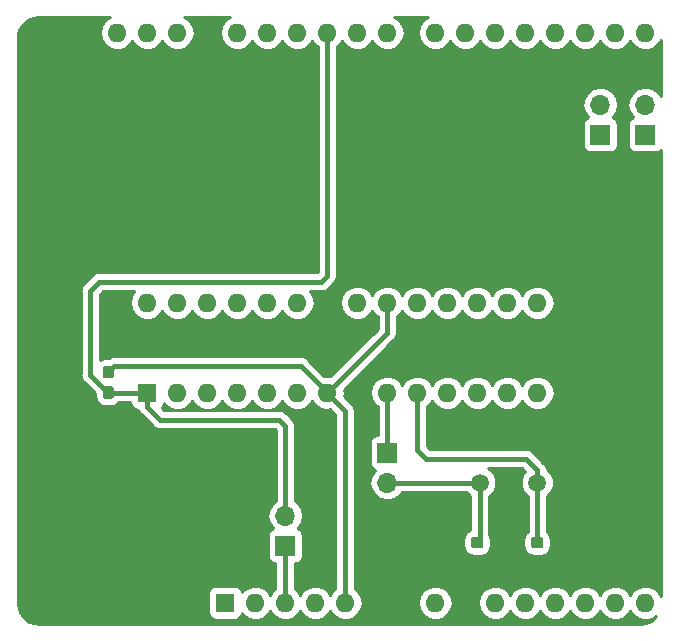
<source format=gbr>
G04 #@! TF.GenerationSoftware,KiCad,Pcbnew,(5.0.2)-1*
G04 #@! TF.CreationDate,2020-05-31T20:37:23-05:00*
G04 #@! TF.ProjectId,ATMEGABootloader_Hardware,41544d45-4741-4426-9f6f-746c6f616465,rev?*
G04 #@! TF.SameCoordinates,Original*
G04 #@! TF.FileFunction,Copper,L1,Top*
G04 #@! TF.FilePolarity,Positive*
%FSLAX46Y46*%
G04 Gerber Fmt 4.6, Leading zero omitted, Abs format (unit mm)*
G04 Created by KiCad (PCBNEW (5.0.2)-1) date 5/31/2020 8:37:23 PM*
%MOMM*%
%LPD*%
G01*
G04 APERTURE LIST*
G04 #@! TA.AperFunction,Conductor*
%ADD10C,0.100000*%
G04 #@! TD*
G04 #@! TA.AperFunction,SMDPad,CuDef*
%ADD11C,0.950000*%
G04 #@! TD*
G04 #@! TA.AperFunction,ComponentPad*
%ADD12O,1.600000X1.600000*%
G04 #@! TD*
G04 #@! TA.AperFunction,ComponentPad*
%ADD13R,1.600000X1.600000*%
G04 #@! TD*
G04 #@! TA.AperFunction,ComponentPad*
%ADD14O,1.700000X1.700000*%
G04 #@! TD*
G04 #@! TA.AperFunction,ComponentPad*
%ADD15R,1.700000X1.700000*%
G04 #@! TD*
G04 #@! TA.AperFunction,ComponentPad*
%ADD16C,1.500000*%
G04 #@! TD*
G04 #@! TA.AperFunction,ViaPad*
%ADD17C,0.800000*%
G04 #@! TD*
G04 #@! TA.AperFunction,Conductor*
%ADD18C,0.381000*%
G04 #@! TD*
G04 #@! TA.AperFunction,Conductor*
%ADD19C,0.254000*%
G04 #@! TD*
G04 APERTURE END LIST*
D10*
G04 #@! TO.N,+5V*
G04 #@! TO.C,R1*
G36*
X149358779Y-99326144D02*
X149381834Y-99329563D01*
X149404443Y-99335227D01*
X149426387Y-99343079D01*
X149447457Y-99353044D01*
X149467448Y-99365026D01*
X149486168Y-99378910D01*
X149503438Y-99394562D01*
X149519090Y-99411832D01*
X149532974Y-99430552D01*
X149544956Y-99450543D01*
X149554921Y-99471613D01*
X149562773Y-99493557D01*
X149568437Y-99516166D01*
X149571856Y-99539221D01*
X149573000Y-99562500D01*
X149573000Y-100137500D01*
X149571856Y-100160779D01*
X149568437Y-100183834D01*
X149562773Y-100206443D01*
X149554921Y-100228387D01*
X149544956Y-100249457D01*
X149532974Y-100269448D01*
X149519090Y-100288168D01*
X149503438Y-100305438D01*
X149486168Y-100321090D01*
X149467448Y-100334974D01*
X149447457Y-100346956D01*
X149426387Y-100356921D01*
X149404443Y-100364773D01*
X149381834Y-100370437D01*
X149358779Y-100373856D01*
X149335500Y-100375000D01*
X148860500Y-100375000D01*
X148837221Y-100373856D01*
X148814166Y-100370437D01*
X148791557Y-100364773D01*
X148769613Y-100356921D01*
X148748543Y-100346956D01*
X148728552Y-100334974D01*
X148709832Y-100321090D01*
X148692562Y-100305438D01*
X148676910Y-100288168D01*
X148663026Y-100269448D01*
X148651044Y-100249457D01*
X148641079Y-100228387D01*
X148633227Y-100206443D01*
X148627563Y-100183834D01*
X148624144Y-100160779D01*
X148623000Y-100137500D01*
X148623000Y-99562500D01*
X148624144Y-99539221D01*
X148627563Y-99516166D01*
X148633227Y-99493557D01*
X148641079Y-99471613D01*
X148651044Y-99450543D01*
X148663026Y-99430552D01*
X148676910Y-99411832D01*
X148692562Y-99394562D01*
X148709832Y-99378910D01*
X148728552Y-99365026D01*
X148748543Y-99353044D01*
X148769613Y-99343079D01*
X148791557Y-99335227D01*
X148814166Y-99329563D01*
X148837221Y-99326144D01*
X148860500Y-99325000D01*
X149335500Y-99325000D01*
X149358779Y-99326144D01*
X149358779Y-99326144D01*
G37*
D11*
G04 #@! TD*
G04 #@! TO.P,R1,1*
G04 #@! TO.N,+5V*
X149098000Y-99850000D03*
D10*
G04 #@! TO.N,Rst*
G04 #@! TO.C,R1*
G36*
X149358779Y-101076144D02*
X149381834Y-101079563D01*
X149404443Y-101085227D01*
X149426387Y-101093079D01*
X149447457Y-101103044D01*
X149467448Y-101115026D01*
X149486168Y-101128910D01*
X149503438Y-101144562D01*
X149519090Y-101161832D01*
X149532974Y-101180552D01*
X149544956Y-101200543D01*
X149554921Y-101221613D01*
X149562773Y-101243557D01*
X149568437Y-101266166D01*
X149571856Y-101289221D01*
X149573000Y-101312500D01*
X149573000Y-101887500D01*
X149571856Y-101910779D01*
X149568437Y-101933834D01*
X149562773Y-101956443D01*
X149554921Y-101978387D01*
X149544956Y-101999457D01*
X149532974Y-102019448D01*
X149519090Y-102038168D01*
X149503438Y-102055438D01*
X149486168Y-102071090D01*
X149467448Y-102084974D01*
X149447457Y-102096956D01*
X149426387Y-102106921D01*
X149404443Y-102114773D01*
X149381834Y-102120437D01*
X149358779Y-102123856D01*
X149335500Y-102125000D01*
X148860500Y-102125000D01*
X148837221Y-102123856D01*
X148814166Y-102120437D01*
X148791557Y-102114773D01*
X148769613Y-102106921D01*
X148748543Y-102096956D01*
X148728552Y-102084974D01*
X148709832Y-102071090D01*
X148692562Y-102055438D01*
X148676910Y-102038168D01*
X148663026Y-102019448D01*
X148651044Y-101999457D01*
X148641079Y-101978387D01*
X148633227Y-101956443D01*
X148627563Y-101933834D01*
X148624144Y-101910779D01*
X148623000Y-101887500D01*
X148623000Y-101312500D01*
X148624144Y-101289221D01*
X148627563Y-101266166D01*
X148633227Y-101243557D01*
X148641079Y-101221613D01*
X148651044Y-101200543D01*
X148663026Y-101180552D01*
X148676910Y-101161832D01*
X148692562Y-101144562D01*
X148709832Y-101128910D01*
X148728552Y-101115026D01*
X148748543Y-101103044D01*
X148769613Y-101093079D01*
X148791557Y-101085227D01*
X148814166Y-101079563D01*
X148837221Y-101076144D01*
X148860500Y-101075000D01*
X149335500Y-101075000D01*
X149358779Y-101076144D01*
X149358779Y-101076144D01*
G37*
D11*
G04 #@! TD*
G04 #@! TO.P,R1,2*
G04 #@! TO.N,Rst*
X149098000Y-101600000D03*
D12*
G04 #@! TO.P,A1,32*
G04 #@! TO.N,Net-(A1-Pad32)*
X149860000Y-71120000D03*
G04 #@! TO.P,A1,31*
G04 #@! TO.N,Net-(A1-Pad31)*
X152400000Y-71120000D03*
D13*
G04 #@! TO.P,A1,1*
G04 #@! TO.N,Net-(A1-Pad1)*
X159000000Y-119380000D03*
D12*
G04 #@! TO.P,A1,17*
G04 #@! TO.N,Net-(A1-Pad17)*
X189480000Y-71120000D03*
G04 #@! TO.P,A1,2*
G04 #@! TO.N,Net-(A1-Pad2)*
X161540000Y-119380000D03*
G04 #@! TO.P,A1,18*
G04 #@! TO.N,Net-(A1-Pad18)*
X186940000Y-71120000D03*
G04 #@! TO.P,A1,3*
G04 #@! TO.N,Net-(A1-Pad3)*
X164080000Y-119380000D03*
G04 #@! TO.P,A1,19*
G04 #@! TO.N,Net-(A1-Pad19)*
X184400000Y-71120000D03*
G04 #@! TO.P,A1,4*
G04 #@! TO.N,Net-(A1-Pad4)*
X166620000Y-119380000D03*
G04 #@! TO.P,A1,20*
G04 #@! TO.N,Net-(A1-Pad20)*
X181860000Y-71120000D03*
G04 #@! TO.P,A1,5*
G04 #@! TO.N,+5V*
X169160000Y-119380000D03*
G04 #@! TO.P,A1,21*
G04 #@! TO.N,Net-(A1-Pad21)*
X179320000Y-71120000D03*
G04 #@! TO.P,A1,6*
G04 #@! TO.N,GND*
X171700000Y-119380000D03*
G04 #@! TO.P,A1,22*
G04 #@! TO.N,Net-(A1-Pad22)*
X176780000Y-71120000D03*
G04 #@! TO.P,A1,7*
G04 #@! TO.N,GND*
X174240000Y-119380000D03*
G04 #@! TO.P,A1,23*
G04 #@! TO.N,Net-(A1-Pad23)*
X172720000Y-71120000D03*
G04 #@! TO.P,A1,8*
G04 #@! TO.N,Net-(A1-Pad8)*
X176780000Y-119380000D03*
G04 #@! TO.P,A1,24*
G04 #@! TO.N,Net-(A1-Pad24)*
X170180000Y-71120000D03*
G04 #@! TO.P,A1,9*
G04 #@! TO.N,Net-(A1-Pad9)*
X181860000Y-119380000D03*
G04 #@! TO.P,A1,25*
G04 #@! TO.N,Rst*
X167640000Y-71120000D03*
G04 #@! TO.P,A1,10*
G04 #@! TO.N,Net-(A1-Pad10)*
X184400000Y-119380000D03*
G04 #@! TO.P,A1,26*
G04 #@! TO.N,D11*
X165100000Y-71120000D03*
G04 #@! TO.P,A1,11*
G04 #@! TO.N,Net-(A1-Pad11)*
X186940000Y-119380000D03*
G04 #@! TO.P,A1,27*
G04 #@! TO.N,D12*
X162560000Y-71120000D03*
G04 #@! TO.P,A1,12*
G04 #@! TO.N,Net-(A1-Pad12)*
X189480000Y-119380000D03*
G04 #@! TO.P,A1,28*
G04 #@! TO.N,D13*
X160020000Y-71120000D03*
G04 #@! TO.P,A1,13*
G04 #@! TO.N,Net-(A1-Pad13)*
X192020000Y-119380000D03*
G04 #@! TO.P,A1,29*
G04 #@! TO.N,GND*
X157480000Y-71120000D03*
G04 #@! TO.P,A1,14*
G04 #@! TO.N,Net-(A1-Pad14)*
X194560000Y-119380000D03*
G04 #@! TO.P,A1,30*
G04 #@! TO.N,Net-(A1-Pad30)*
X154940000Y-71120000D03*
G04 #@! TO.P,A1,15*
G04 #@! TO.N,Rx*
X194560000Y-71120000D03*
G04 #@! TO.P,A1,16*
G04 #@! TO.N,Tx*
X192020000Y-71120000D03*
G04 #@! TD*
D10*
G04 #@! TO.N,GND*
G04 #@! TO.C,C1*
G36*
X182400779Y-113826144D02*
X182423834Y-113829563D01*
X182446443Y-113835227D01*
X182468387Y-113843079D01*
X182489457Y-113853044D01*
X182509448Y-113865026D01*
X182528168Y-113878910D01*
X182545438Y-113894562D01*
X182561090Y-113911832D01*
X182574974Y-113930552D01*
X182586956Y-113950543D01*
X182596921Y-113971613D01*
X182604773Y-113993557D01*
X182610437Y-114016166D01*
X182613856Y-114039221D01*
X182615000Y-114062500D01*
X182615000Y-114537500D01*
X182613856Y-114560779D01*
X182610437Y-114583834D01*
X182604773Y-114606443D01*
X182596921Y-114628387D01*
X182586956Y-114649457D01*
X182574974Y-114669448D01*
X182561090Y-114688168D01*
X182545438Y-114705438D01*
X182528168Y-114721090D01*
X182509448Y-114734974D01*
X182489457Y-114746956D01*
X182468387Y-114756921D01*
X182446443Y-114764773D01*
X182423834Y-114770437D01*
X182400779Y-114773856D01*
X182377500Y-114775000D01*
X181802500Y-114775000D01*
X181779221Y-114773856D01*
X181756166Y-114770437D01*
X181733557Y-114764773D01*
X181711613Y-114756921D01*
X181690543Y-114746956D01*
X181670552Y-114734974D01*
X181651832Y-114721090D01*
X181634562Y-114705438D01*
X181618910Y-114688168D01*
X181605026Y-114669448D01*
X181593044Y-114649457D01*
X181583079Y-114628387D01*
X181575227Y-114606443D01*
X181569563Y-114583834D01*
X181566144Y-114560779D01*
X181565000Y-114537500D01*
X181565000Y-114062500D01*
X181566144Y-114039221D01*
X181569563Y-114016166D01*
X181575227Y-113993557D01*
X181583079Y-113971613D01*
X181593044Y-113950543D01*
X181605026Y-113930552D01*
X181618910Y-113911832D01*
X181634562Y-113894562D01*
X181651832Y-113878910D01*
X181670552Y-113865026D01*
X181690543Y-113853044D01*
X181711613Y-113843079D01*
X181733557Y-113835227D01*
X181756166Y-113829563D01*
X181779221Y-113826144D01*
X181802500Y-113825000D01*
X182377500Y-113825000D01*
X182400779Y-113826144D01*
X182400779Y-113826144D01*
G37*
D11*
G04 #@! TD*
G04 #@! TO.P,C1,1*
G04 #@! TO.N,GND*
X182090000Y-114300000D03*
D10*
G04 #@! TO.N,Net-(C1-Pad2)*
G04 #@! TO.C,C1*
G36*
X180650779Y-113826144D02*
X180673834Y-113829563D01*
X180696443Y-113835227D01*
X180718387Y-113843079D01*
X180739457Y-113853044D01*
X180759448Y-113865026D01*
X180778168Y-113878910D01*
X180795438Y-113894562D01*
X180811090Y-113911832D01*
X180824974Y-113930552D01*
X180836956Y-113950543D01*
X180846921Y-113971613D01*
X180854773Y-113993557D01*
X180860437Y-114016166D01*
X180863856Y-114039221D01*
X180865000Y-114062500D01*
X180865000Y-114537500D01*
X180863856Y-114560779D01*
X180860437Y-114583834D01*
X180854773Y-114606443D01*
X180846921Y-114628387D01*
X180836956Y-114649457D01*
X180824974Y-114669448D01*
X180811090Y-114688168D01*
X180795438Y-114705438D01*
X180778168Y-114721090D01*
X180759448Y-114734974D01*
X180739457Y-114746956D01*
X180718387Y-114756921D01*
X180696443Y-114764773D01*
X180673834Y-114770437D01*
X180650779Y-114773856D01*
X180627500Y-114775000D01*
X180052500Y-114775000D01*
X180029221Y-114773856D01*
X180006166Y-114770437D01*
X179983557Y-114764773D01*
X179961613Y-114756921D01*
X179940543Y-114746956D01*
X179920552Y-114734974D01*
X179901832Y-114721090D01*
X179884562Y-114705438D01*
X179868910Y-114688168D01*
X179855026Y-114669448D01*
X179843044Y-114649457D01*
X179833079Y-114628387D01*
X179825227Y-114606443D01*
X179819563Y-114583834D01*
X179816144Y-114560779D01*
X179815000Y-114537500D01*
X179815000Y-114062500D01*
X179816144Y-114039221D01*
X179819563Y-114016166D01*
X179825227Y-113993557D01*
X179833079Y-113971613D01*
X179843044Y-113950543D01*
X179855026Y-113930552D01*
X179868910Y-113911832D01*
X179884562Y-113894562D01*
X179901832Y-113878910D01*
X179920552Y-113865026D01*
X179940543Y-113853044D01*
X179961613Y-113843079D01*
X179983557Y-113835227D01*
X180006166Y-113829563D01*
X180029221Y-113826144D01*
X180052500Y-113825000D01*
X180627500Y-113825000D01*
X180650779Y-113826144D01*
X180650779Y-113826144D01*
G37*
D11*
G04 #@! TD*
G04 #@! TO.P,C1,2*
G04 #@! TO.N,Net-(C1-Pad2)*
X180340000Y-114300000D03*
D10*
G04 #@! TO.N,Net-(C2-Pad2)*
G04 #@! TO.C,C2*
G36*
X185730779Y-113826144D02*
X185753834Y-113829563D01*
X185776443Y-113835227D01*
X185798387Y-113843079D01*
X185819457Y-113853044D01*
X185839448Y-113865026D01*
X185858168Y-113878910D01*
X185875438Y-113894562D01*
X185891090Y-113911832D01*
X185904974Y-113930552D01*
X185916956Y-113950543D01*
X185926921Y-113971613D01*
X185934773Y-113993557D01*
X185940437Y-114016166D01*
X185943856Y-114039221D01*
X185945000Y-114062500D01*
X185945000Y-114537500D01*
X185943856Y-114560779D01*
X185940437Y-114583834D01*
X185934773Y-114606443D01*
X185926921Y-114628387D01*
X185916956Y-114649457D01*
X185904974Y-114669448D01*
X185891090Y-114688168D01*
X185875438Y-114705438D01*
X185858168Y-114721090D01*
X185839448Y-114734974D01*
X185819457Y-114746956D01*
X185798387Y-114756921D01*
X185776443Y-114764773D01*
X185753834Y-114770437D01*
X185730779Y-114773856D01*
X185707500Y-114775000D01*
X185132500Y-114775000D01*
X185109221Y-114773856D01*
X185086166Y-114770437D01*
X185063557Y-114764773D01*
X185041613Y-114756921D01*
X185020543Y-114746956D01*
X185000552Y-114734974D01*
X184981832Y-114721090D01*
X184964562Y-114705438D01*
X184948910Y-114688168D01*
X184935026Y-114669448D01*
X184923044Y-114649457D01*
X184913079Y-114628387D01*
X184905227Y-114606443D01*
X184899563Y-114583834D01*
X184896144Y-114560779D01*
X184895000Y-114537500D01*
X184895000Y-114062500D01*
X184896144Y-114039221D01*
X184899563Y-114016166D01*
X184905227Y-113993557D01*
X184913079Y-113971613D01*
X184923044Y-113950543D01*
X184935026Y-113930552D01*
X184948910Y-113911832D01*
X184964562Y-113894562D01*
X184981832Y-113878910D01*
X185000552Y-113865026D01*
X185020543Y-113853044D01*
X185041613Y-113843079D01*
X185063557Y-113835227D01*
X185086166Y-113829563D01*
X185109221Y-113826144D01*
X185132500Y-113825000D01*
X185707500Y-113825000D01*
X185730779Y-113826144D01*
X185730779Y-113826144D01*
G37*
D11*
G04 #@! TD*
G04 #@! TO.P,C2,2*
G04 #@! TO.N,Net-(C2-Pad2)*
X185420000Y-114300000D03*
D10*
G04 #@! TO.N,GND*
G04 #@! TO.C,C2*
G36*
X183980779Y-113826144D02*
X184003834Y-113829563D01*
X184026443Y-113835227D01*
X184048387Y-113843079D01*
X184069457Y-113853044D01*
X184089448Y-113865026D01*
X184108168Y-113878910D01*
X184125438Y-113894562D01*
X184141090Y-113911832D01*
X184154974Y-113930552D01*
X184166956Y-113950543D01*
X184176921Y-113971613D01*
X184184773Y-113993557D01*
X184190437Y-114016166D01*
X184193856Y-114039221D01*
X184195000Y-114062500D01*
X184195000Y-114537500D01*
X184193856Y-114560779D01*
X184190437Y-114583834D01*
X184184773Y-114606443D01*
X184176921Y-114628387D01*
X184166956Y-114649457D01*
X184154974Y-114669448D01*
X184141090Y-114688168D01*
X184125438Y-114705438D01*
X184108168Y-114721090D01*
X184089448Y-114734974D01*
X184069457Y-114746956D01*
X184048387Y-114756921D01*
X184026443Y-114764773D01*
X184003834Y-114770437D01*
X183980779Y-114773856D01*
X183957500Y-114775000D01*
X183382500Y-114775000D01*
X183359221Y-114773856D01*
X183336166Y-114770437D01*
X183313557Y-114764773D01*
X183291613Y-114756921D01*
X183270543Y-114746956D01*
X183250552Y-114734974D01*
X183231832Y-114721090D01*
X183214562Y-114705438D01*
X183198910Y-114688168D01*
X183185026Y-114669448D01*
X183173044Y-114649457D01*
X183163079Y-114628387D01*
X183155227Y-114606443D01*
X183149563Y-114583834D01*
X183146144Y-114560779D01*
X183145000Y-114537500D01*
X183145000Y-114062500D01*
X183146144Y-114039221D01*
X183149563Y-114016166D01*
X183155227Y-113993557D01*
X183163079Y-113971613D01*
X183173044Y-113950543D01*
X183185026Y-113930552D01*
X183198910Y-113911832D01*
X183214562Y-113894562D01*
X183231832Y-113878910D01*
X183250552Y-113865026D01*
X183270543Y-113853044D01*
X183291613Y-113843079D01*
X183313557Y-113835227D01*
X183336166Y-113829563D01*
X183359221Y-113826144D01*
X183382500Y-113825000D01*
X183957500Y-113825000D01*
X183980779Y-113826144D01*
X183980779Y-113826144D01*
G37*
D11*
G04 #@! TD*
G04 #@! TO.P,C2,1*
G04 #@! TO.N,GND*
X183670000Y-114300000D03*
D14*
G04 #@! TO.P,JP1,2*
G04 #@! TO.N,Rx*
X194564000Y-77216000D03*
D15*
G04 #@! TO.P,JP1,1*
G04 #@! TO.N,Net-(JP1-Pad1)*
X194564000Y-79756000D03*
G04 #@! TD*
G04 #@! TO.P,JP2,1*
G04 #@! TO.N,Net-(A1-Pad3)*
X164084000Y-114554000D03*
D14*
G04 #@! TO.P,JP2,2*
G04 #@! TO.N,Rst*
X164084000Y-112014000D03*
G04 #@! TD*
D15*
G04 #@! TO.P,JP3,1*
G04 #@! TO.N,Net-(JP3-Pad1)*
X172720000Y-106680000D03*
D14*
G04 #@! TO.P,JP3,2*
G04 #@! TO.N,Net-(C1-Pad2)*
X172720000Y-109220000D03*
G04 #@! TD*
D13*
G04 #@! TO.P,U1,1*
G04 #@! TO.N,Rst*
X152400000Y-101600000D03*
D12*
G04 #@! TO.P,U1,15*
G04 #@! TO.N,Net-(U1-Pad15)*
X185420000Y-93980000D03*
G04 #@! TO.P,U1,2*
G04 #@! TO.N,Net-(JP1-Pad1)*
X154940000Y-101600000D03*
G04 #@! TO.P,U1,16*
G04 #@! TO.N,Net-(U1-Pad16)*
X182880000Y-93980000D03*
G04 #@! TO.P,U1,3*
G04 #@! TO.N,Net-(JP4-Pad1)*
X157480000Y-101600000D03*
G04 #@! TO.P,U1,17*
G04 #@! TO.N,D11*
X180340000Y-93980000D03*
G04 #@! TO.P,U1,4*
G04 #@! TO.N,Net-(U1-Pad4)*
X160020000Y-101600000D03*
G04 #@! TO.P,U1,18*
G04 #@! TO.N,D12*
X177800000Y-93980000D03*
G04 #@! TO.P,U1,5*
G04 #@! TO.N,Net-(U1-Pad5)*
X162560000Y-101600000D03*
G04 #@! TO.P,U1,19*
G04 #@! TO.N,D13*
X175260000Y-93980000D03*
G04 #@! TO.P,U1,6*
G04 #@! TO.N,Net-(U1-Pad6)*
X165100000Y-101600000D03*
G04 #@! TO.P,U1,20*
G04 #@! TO.N,+5V*
X172720000Y-93980000D03*
G04 #@! TO.P,U1,7*
X167640000Y-101600000D03*
G04 #@! TO.P,U1,21*
G04 #@! TO.N,Net-(U1-Pad21)*
X170180000Y-93980000D03*
G04 #@! TO.P,U1,8*
G04 #@! TO.N,GND*
X170180000Y-101600000D03*
G04 #@! TO.P,U1,22*
X167640000Y-93980000D03*
G04 #@! TO.P,U1,9*
G04 #@! TO.N,Net-(JP3-Pad1)*
X172720000Y-101600000D03*
G04 #@! TO.P,U1,23*
G04 #@! TO.N,Net-(U1-Pad23)*
X165100000Y-93980000D03*
G04 #@! TO.P,U1,10*
G04 #@! TO.N,Net-(C2-Pad2)*
X175260000Y-101600000D03*
G04 #@! TO.P,U1,24*
G04 #@! TO.N,Net-(U1-Pad24)*
X162560000Y-93980000D03*
G04 #@! TO.P,U1,11*
G04 #@! TO.N,Net-(U1-Pad11)*
X177800000Y-101600000D03*
G04 #@! TO.P,U1,25*
G04 #@! TO.N,Net-(U1-Pad25)*
X160020000Y-93980000D03*
G04 #@! TO.P,U1,12*
G04 #@! TO.N,Net-(U1-Pad12)*
X180340000Y-101600000D03*
G04 #@! TO.P,U1,26*
G04 #@! TO.N,Net-(U1-Pad26)*
X157480000Y-93980000D03*
G04 #@! TO.P,U1,13*
G04 #@! TO.N,Net-(U1-Pad13)*
X182880000Y-101600000D03*
G04 #@! TO.P,U1,27*
G04 #@! TO.N,Net-(U1-Pad27)*
X154940000Y-93980000D03*
G04 #@! TO.P,U1,14*
G04 #@! TO.N,Net-(U1-Pad14)*
X185420000Y-101600000D03*
G04 #@! TO.P,U1,28*
G04 #@! TO.N,Net-(U1-Pad28)*
X152400000Y-93980000D03*
G04 #@! TD*
D16*
G04 #@! TO.P,Y1,1*
G04 #@! TO.N,Net-(C1-Pad2)*
X180540000Y-109220000D03*
G04 #@! TO.P,Y1,2*
G04 #@! TO.N,Net-(C2-Pad2)*
X185420000Y-109220000D03*
G04 #@! TD*
D15*
G04 #@! TO.P,JP4,1*
G04 #@! TO.N,Net-(JP4-Pad1)*
X190754000Y-79756000D03*
D14*
G04 #@! TO.P,JP4,2*
G04 #@! TO.N,Tx*
X190754000Y-77216000D03*
G04 #@! TD*
D17*
G04 #@! TO.N,GND*
X167132000Y-113284000D03*
G04 #@! TD*
D18*
G04 #@! TO.N,Net-(A1-Pad3)*
X164080000Y-114558000D02*
X164084000Y-114554000D01*
X164080000Y-119380000D02*
X164080000Y-114558000D01*
G04 #@! TO.N,+5V*
X172720000Y-96520000D02*
X167640000Y-101600000D01*
X172720000Y-93980000D02*
X172720000Y-96520000D01*
X169160000Y-103120000D02*
X167640000Y-101600000D01*
X169160000Y-119380000D02*
X169160000Y-103120000D01*
X166840001Y-100800001D02*
X167640000Y-101600000D01*
X165390928Y-99350928D02*
X166840001Y-100800001D01*
X149597072Y-99350928D02*
X165390928Y-99350928D01*
X149098000Y-99850000D02*
X149597072Y-99350928D01*
G04 #@! TO.N,Net-(C1-Pad2)*
X180540000Y-114100000D02*
X180340000Y-114300000D01*
X180540000Y-109220000D02*
X180540000Y-114100000D01*
X179479340Y-109220000D02*
X172720000Y-109220000D01*
X180540000Y-109220000D02*
X179479340Y-109220000D01*
G04 #@! TO.N,Net-(C2-Pad2)*
X185420000Y-110280660D02*
X185420000Y-114300000D01*
X185420000Y-109220000D02*
X185420000Y-110280660D01*
X185420000Y-108159340D02*
X184448660Y-107188000D01*
X185420000Y-109220000D02*
X185420000Y-108159340D01*
X184448660Y-107188000D02*
X176022000Y-107188000D01*
X175260000Y-106426000D02*
X175260000Y-101600000D01*
X176022000Y-107188000D02*
X175260000Y-106426000D01*
G04 #@! TO.N,Rst*
X152400000Y-102781000D02*
X152400000Y-101600000D01*
X153505000Y-103886000D02*
X152400000Y-102781000D01*
X163576000Y-103886000D02*
X153505000Y-103886000D01*
X164084000Y-104394000D02*
X163576000Y-103886000D01*
X164084000Y-112014000D02*
X164084000Y-104394000D01*
X149098000Y-101600000D02*
X152400000Y-101600000D01*
X167640000Y-71120000D02*
X167640000Y-91694000D01*
X167640000Y-91694000D02*
X167132000Y-92202000D01*
X167132000Y-92202000D02*
X148336000Y-92202000D01*
X148336000Y-92202000D02*
X147574000Y-92964000D01*
X147574000Y-100076000D02*
X149098000Y-101600000D01*
X147574000Y-92964000D02*
X147574000Y-100076000D01*
G04 #@! TO.N,Net-(JP3-Pad1)*
X172720000Y-101600000D02*
X172720000Y-106680000D01*
G04 #@! TD*
D19*
G04 #@! TO.N,GND*
G36*
X148825423Y-70085423D02*
X148508260Y-70560091D01*
X148396887Y-71120000D01*
X148508260Y-71679909D01*
X148825423Y-72154577D01*
X149300091Y-72471740D01*
X149718667Y-72555000D01*
X150001333Y-72555000D01*
X150419909Y-72471740D01*
X150894577Y-72154577D01*
X151130000Y-71802242D01*
X151365423Y-72154577D01*
X151840091Y-72471740D01*
X152258667Y-72555000D01*
X152541333Y-72555000D01*
X152959909Y-72471740D01*
X153434577Y-72154577D01*
X153670000Y-71802242D01*
X153905423Y-72154577D01*
X154380091Y-72471740D01*
X154798667Y-72555000D01*
X155081333Y-72555000D01*
X155499909Y-72471740D01*
X155974577Y-72154577D01*
X156291740Y-71679909D01*
X156403113Y-71120000D01*
X156291740Y-70560091D01*
X155974577Y-70085423D01*
X155544418Y-69798000D01*
X159415582Y-69798000D01*
X158985423Y-70085423D01*
X158668260Y-70560091D01*
X158556887Y-71120000D01*
X158668260Y-71679909D01*
X158985423Y-72154577D01*
X159460091Y-72471740D01*
X159878667Y-72555000D01*
X160161333Y-72555000D01*
X160579909Y-72471740D01*
X161054577Y-72154577D01*
X161290000Y-71802242D01*
X161525423Y-72154577D01*
X162000091Y-72471740D01*
X162418667Y-72555000D01*
X162701333Y-72555000D01*
X163119909Y-72471740D01*
X163594577Y-72154577D01*
X163830000Y-71802242D01*
X164065423Y-72154577D01*
X164540091Y-72471740D01*
X164958667Y-72555000D01*
X165241333Y-72555000D01*
X165659909Y-72471740D01*
X166134577Y-72154577D01*
X166370000Y-71802242D01*
X166605423Y-72154577D01*
X166814500Y-72294278D01*
X166814501Y-91352067D01*
X166790068Y-91376500D01*
X148417303Y-91376500D01*
X148336000Y-91360328D01*
X148013905Y-91424396D01*
X147877689Y-91515414D01*
X147740848Y-91606848D01*
X147694793Y-91675774D01*
X147047777Y-92322791D01*
X146978848Y-92368848D01*
X146796396Y-92641907D01*
X146748500Y-92882697D01*
X146732328Y-92964000D01*
X146748500Y-93045302D01*
X146748501Y-99994694D01*
X146732328Y-100076000D01*
X146766593Y-100248260D01*
X146796397Y-100398094D01*
X146978849Y-100671152D01*
X147047775Y-100717207D01*
X147975560Y-101644993D01*
X147975560Y-101887500D01*
X148042922Y-102226152D01*
X148234753Y-102513247D01*
X148521848Y-102705078D01*
X148860500Y-102772440D01*
X149335500Y-102772440D01*
X149674152Y-102705078D01*
X149961247Y-102513247D01*
X150019878Y-102425500D01*
X150957632Y-102425500D01*
X151001843Y-102647765D01*
X151142191Y-102857809D01*
X151352235Y-102998157D01*
X151600000Y-103047440D01*
X151611326Y-103047440D01*
X151622396Y-103103093D01*
X151804848Y-103376152D01*
X151873777Y-103422209D01*
X152863793Y-104412226D01*
X152909848Y-104481152D01*
X153182906Y-104663604D01*
X153423697Y-104711500D01*
X153423698Y-104711500D01*
X153505000Y-104727672D01*
X153586301Y-104711500D01*
X163234068Y-104711500D01*
X163258501Y-104735933D01*
X163258500Y-110779588D01*
X163013375Y-110943375D01*
X162685161Y-111434582D01*
X162569908Y-112014000D01*
X162685161Y-112593418D01*
X163013375Y-113084625D01*
X163031619Y-113096816D01*
X162986235Y-113105843D01*
X162776191Y-113246191D01*
X162635843Y-113456235D01*
X162586560Y-113704000D01*
X162586560Y-115404000D01*
X162635843Y-115651765D01*
X162776191Y-115861809D01*
X162986235Y-116002157D01*
X163234000Y-116051440D01*
X163254501Y-116051440D01*
X163254500Y-118205722D01*
X163045423Y-118345423D01*
X162810000Y-118697758D01*
X162574577Y-118345423D01*
X162099909Y-118028260D01*
X161681333Y-117945000D01*
X161398667Y-117945000D01*
X160980091Y-118028260D01*
X160505423Y-118345423D01*
X160424785Y-118466106D01*
X160398157Y-118332235D01*
X160257809Y-118122191D01*
X160047765Y-117981843D01*
X159800000Y-117932560D01*
X158200000Y-117932560D01*
X157952235Y-117981843D01*
X157742191Y-118122191D01*
X157601843Y-118332235D01*
X157552560Y-118580000D01*
X157552560Y-120180000D01*
X157601843Y-120427765D01*
X157742191Y-120637809D01*
X157952235Y-120778157D01*
X158200000Y-120827440D01*
X159800000Y-120827440D01*
X160047765Y-120778157D01*
X160257809Y-120637809D01*
X160398157Y-120427765D01*
X160424785Y-120293894D01*
X160505423Y-120414577D01*
X160980091Y-120731740D01*
X161398667Y-120815000D01*
X161681333Y-120815000D01*
X162099909Y-120731740D01*
X162574577Y-120414577D01*
X162810000Y-120062242D01*
X163045423Y-120414577D01*
X163520091Y-120731740D01*
X163938667Y-120815000D01*
X164221333Y-120815000D01*
X164639909Y-120731740D01*
X165114577Y-120414577D01*
X165350000Y-120062242D01*
X165585423Y-120414577D01*
X166060091Y-120731740D01*
X166478667Y-120815000D01*
X166761333Y-120815000D01*
X167179909Y-120731740D01*
X167654577Y-120414577D01*
X167890000Y-120062242D01*
X168125423Y-120414577D01*
X168600091Y-120731740D01*
X169018667Y-120815000D01*
X169301333Y-120815000D01*
X169719909Y-120731740D01*
X170194577Y-120414577D01*
X170511740Y-119939909D01*
X170623113Y-119380000D01*
X175316887Y-119380000D01*
X175428260Y-119939909D01*
X175745423Y-120414577D01*
X176220091Y-120731740D01*
X176638667Y-120815000D01*
X176921333Y-120815000D01*
X177339909Y-120731740D01*
X177814577Y-120414577D01*
X178131740Y-119939909D01*
X178243113Y-119380000D01*
X178131740Y-118820091D01*
X177814577Y-118345423D01*
X177339909Y-118028260D01*
X176921333Y-117945000D01*
X176638667Y-117945000D01*
X176220091Y-118028260D01*
X175745423Y-118345423D01*
X175428260Y-118820091D01*
X175316887Y-119380000D01*
X170623113Y-119380000D01*
X170511740Y-118820091D01*
X170194577Y-118345423D01*
X169985500Y-118205722D01*
X169985500Y-109220000D01*
X171205908Y-109220000D01*
X171321161Y-109799418D01*
X171649375Y-110290625D01*
X172140582Y-110618839D01*
X172573744Y-110705000D01*
X172866256Y-110705000D01*
X173299418Y-110618839D01*
X173790625Y-110290625D01*
X173954412Y-110045500D01*
X179406813Y-110045500D01*
X179714500Y-110353187D01*
X179714501Y-113244792D01*
X179713848Y-113244922D01*
X179426753Y-113436753D01*
X179234922Y-113723848D01*
X179167560Y-114062500D01*
X179167560Y-114537500D01*
X179234922Y-114876152D01*
X179426753Y-115163247D01*
X179713848Y-115355078D01*
X180052500Y-115422440D01*
X180627500Y-115422440D01*
X180966152Y-115355078D01*
X181253247Y-115163247D01*
X181445078Y-114876152D01*
X181512440Y-114537500D01*
X181512440Y-114062500D01*
X181445078Y-113723848D01*
X181365500Y-113604751D01*
X181365500Y-110353187D01*
X181714147Y-110004540D01*
X181925000Y-109495494D01*
X181925000Y-108944506D01*
X181714147Y-108435460D01*
X181324540Y-108045853D01*
X181246433Y-108013500D01*
X184106728Y-108013500D01*
X184387270Y-108294043D01*
X184245853Y-108435460D01*
X184035000Y-108944506D01*
X184035000Y-109495494D01*
X184245853Y-110004540D01*
X184594500Y-110353187D01*
X184594501Y-113378122D01*
X184506753Y-113436753D01*
X184314922Y-113723848D01*
X184247560Y-114062500D01*
X184247560Y-114537500D01*
X184314922Y-114876152D01*
X184506753Y-115163247D01*
X184793848Y-115355078D01*
X185132500Y-115422440D01*
X185707500Y-115422440D01*
X186046152Y-115355078D01*
X186333247Y-115163247D01*
X186525078Y-114876152D01*
X186592440Y-114537500D01*
X186592440Y-114062500D01*
X186525078Y-113723848D01*
X186333247Y-113436753D01*
X186245500Y-113378122D01*
X186245500Y-110353187D01*
X186594147Y-110004540D01*
X186805000Y-109495494D01*
X186805000Y-108944506D01*
X186594147Y-108435460D01*
X186247678Y-108088991D01*
X186245500Y-108078041D01*
X186245500Y-108078037D01*
X186197604Y-107837246D01*
X186015152Y-107564188D01*
X185946226Y-107518133D01*
X185089869Y-106661777D01*
X185043812Y-106592848D01*
X184770754Y-106410396D01*
X184529963Y-106362500D01*
X184529961Y-106362500D01*
X184448660Y-106346328D01*
X184367359Y-106362500D01*
X176363933Y-106362500D01*
X176085500Y-106084068D01*
X176085500Y-102774278D01*
X176294577Y-102634577D01*
X176530000Y-102282242D01*
X176765423Y-102634577D01*
X177240091Y-102951740D01*
X177658667Y-103035000D01*
X177941333Y-103035000D01*
X178359909Y-102951740D01*
X178834577Y-102634577D01*
X179070000Y-102282242D01*
X179305423Y-102634577D01*
X179780091Y-102951740D01*
X180198667Y-103035000D01*
X180481333Y-103035000D01*
X180899909Y-102951740D01*
X181374577Y-102634577D01*
X181610000Y-102282242D01*
X181845423Y-102634577D01*
X182320091Y-102951740D01*
X182738667Y-103035000D01*
X183021333Y-103035000D01*
X183439909Y-102951740D01*
X183914577Y-102634577D01*
X184150000Y-102282242D01*
X184385423Y-102634577D01*
X184860091Y-102951740D01*
X185278667Y-103035000D01*
X185561333Y-103035000D01*
X185979909Y-102951740D01*
X186454577Y-102634577D01*
X186771740Y-102159909D01*
X186883113Y-101600000D01*
X186771740Y-101040091D01*
X186454577Y-100565423D01*
X185979909Y-100248260D01*
X185561333Y-100165000D01*
X185278667Y-100165000D01*
X184860091Y-100248260D01*
X184385423Y-100565423D01*
X184150000Y-100917758D01*
X183914577Y-100565423D01*
X183439909Y-100248260D01*
X183021333Y-100165000D01*
X182738667Y-100165000D01*
X182320091Y-100248260D01*
X181845423Y-100565423D01*
X181610000Y-100917758D01*
X181374577Y-100565423D01*
X180899909Y-100248260D01*
X180481333Y-100165000D01*
X180198667Y-100165000D01*
X179780091Y-100248260D01*
X179305423Y-100565423D01*
X179070000Y-100917758D01*
X178834577Y-100565423D01*
X178359909Y-100248260D01*
X177941333Y-100165000D01*
X177658667Y-100165000D01*
X177240091Y-100248260D01*
X176765423Y-100565423D01*
X176530000Y-100917758D01*
X176294577Y-100565423D01*
X175819909Y-100248260D01*
X175401333Y-100165000D01*
X175118667Y-100165000D01*
X174700091Y-100248260D01*
X174225423Y-100565423D01*
X173990000Y-100917758D01*
X173754577Y-100565423D01*
X173279909Y-100248260D01*
X172861333Y-100165000D01*
X172578667Y-100165000D01*
X172160091Y-100248260D01*
X171685423Y-100565423D01*
X171368260Y-101040091D01*
X171256887Y-101600000D01*
X171368260Y-102159909D01*
X171685423Y-102634577D01*
X171894500Y-102774278D01*
X171894501Y-105182560D01*
X171870000Y-105182560D01*
X171622235Y-105231843D01*
X171412191Y-105372191D01*
X171271843Y-105582235D01*
X171222560Y-105830000D01*
X171222560Y-107530000D01*
X171271843Y-107777765D01*
X171412191Y-107987809D01*
X171622235Y-108128157D01*
X171667619Y-108137184D01*
X171649375Y-108149375D01*
X171321161Y-108640582D01*
X171205908Y-109220000D01*
X169985500Y-109220000D01*
X169985500Y-103201303D01*
X170001672Y-103120000D01*
X169937604Y-102797906D01*
X169875578Y-102705078D01*
X169755152Y-102524848D01*
X169686226Y-102478793D01*
X169054056Y-101846624D01*
X169103113Y-101600000D01*
X169054056Y-101353376D01*
X173246226Y-97161207D01*
X173315152Y-97115152D01*
X173497604Y-96842094D01*
X173545500Y-96601303D01*
X173545500Y-96601302D01*
X173561672Y-96520000D01*
X173545500Y-96438699D01*
X173545500Y-95154278D01*
X173754577Y-95014577D01*
X173990000Y-94662242D01*
X174225423Y-95014577D01*
X174700091Y-95331740D01*
X175118667Y-95415000D01*
X175401333Y-95415000D01*
X175819909Y-95331740D01*
X176294577Y-95014577D01*
X176530000Y-94662242D01*
X176765423Y-95014577D01*
X177240091Y-95331740D01*
X177658667Y-95415000D01*
X177941333Y-95415000D01*
X178359909Y-95331740D01*
X178834577Y-95014577D01*
X179070000Y-94662242D01*
X179305423Y-95014577D01*
X179780091Y-95331740D01*
X180198667Y-95415000D01*
X180481333Y-95415000D01*
X180899909Y-95331740D01*
X181374577Y-95014577D01*
X181610000Y-94662242D01*
X181845423Y-95014577D01*
X182320091Y-95331740D01*
X182738667Y-95415000D01*
X183021333Y-95415000D01*
X183439909Y-95331740D01*
X183914577Y-95014577D01*
X184150000Y-94662242D01*
X184385423Y-95014577D01*
X184860091Y-95331740D01*
X185278667Y-95415000D01*
X185561333Y-95415000D01*
X185979909Y-95331740D01*
X186454577Y-95014577D01*
X186771740Y-94539909D01*
X186883113Y-93980000D01*
X186771740Y-93420091D01*
X186454577Y-92945423D01*
X185979909Y-92628260D01*
X185561333Y-92545000D01*
X185278667Y-92545000D01*
X184860091Y-92628260D01*
X184385423Y-92945423D01*
X184150000Y-93297758D01*
X183914577Y-92945423D01*
X183439909Y-92628260D01*
X183021333Y-92545000D01*
X182738667Y-92545000D01*
X182320091Y-92628260D01*
X181845423Y-92945423D01*
X181610000Y-93297758D01*
X181374577Y-92945423D01*
X180899909Y-92628260D01*
X180481333Y-92545000D01*
X180198667Y-92545000D01*
X179780091Y-92628260D01*
X179305423Y-92945423D01*
X179070000Y-93297758D01*
X178834577Y-92945423D01*
X178359909Y-92628260D01*
X177941333Y-92545000D01*
X177658667Y-92545000D01*
X177240091Y-92628260D01*
X176765423Y-92945423D01*
X176530000Y-93297758D01*
X176294577Y-92945423D01*
X175819909Y-92628260D01*
X175401333Y-92545000D01*
X175118667Y-92545000D01*
X174700091Y-92628260D01*
X174225423Y-92945423D01*
X173990000Y-93297758D01*
X173754577Y-92945423D01*
X173279909Y-92628260D01*
X172861333Y-92545000D01*
X172578667Y-92545000D01*
X172160091Y-92628260D01*
X171685423Y-92945423D01*
X171450000Y-93297758D01*
X171214577Y-92945423D01*
X170739909Y-92628260D01*
X170321333Y-92545000D01*
X170038667Y-92545000D01*
X169620091Y-92628260D01*
X169145423Y-92945423D01*
X168828260Y-93420091D01*
X168716887Y-93980000D01*
X168828260Y-94539909D01*
X169145423Y-95014577D01*
X169620091Y-95331740D01*
X170038667Y-95415000D01*
X170321333Y-95415000D01*
X170739909Y-95331740D01*
X171214577Y-95014577D01*
X171450000Y-94662242D01*
X171685423Y-95014577D01*
X171894500Y-95154278D01*
X171894501Y-96178066D01*
X167886624Y-100185944D01*
X167781333Y-100165000D01*
X167498667Y-100165000D01*
X167393377Y-100185944D01*
X166032137Y-98824705D01*
X165986080Y-98755776D01*
X165713022Y-98573324D01*
X165472231Y-98525428D01*
X165472229Y-98525428D01*
X165390928Y-98509256D01*
X165309627Y-98525428D01*
X149678369Y-98525428D01*
X149597071Y-98509257D01*
X149515773Y-98525428D01*
X149515769Y-98525428D01*
X149274978Y-98573324D01*
X149118978Y-98677560D01*
X148860500Y-98677560D01*
X148521848Y-98744922D01*
X148399500Y-98826672D01*
X148399500Y-93305932D01*
X148677933Y-93027500D01*
X151310581Y-93027500D01*
X151048260Y-93420091D01*
X150936887Y-93980000D01*
X151048260Y-94539909D01*
X151365423Y-95014577D01*
X151840091Y-95331740D01*
X152258667Y-95415000D01*
X152541333Y-95415000D01*
X152959909Y-95331740D01*
X153434577Y-95014577D01*
X153670000Y-94662242D01*
X153905423Y-95014577D01*
X154380091Y-95331740D01*
X154798667Y-95415000D01*
X155081333Y-95415000D01*
X155499909Y-95331740D01*
X155974577Y-95014577D01*
X156210000Y-94662242D01*
X156445423Y-95014577D01*
X156920091Y-95331740D01*
X157338667Y-95415000D01*
X157621333Y-95415000D01*
X158039909Y-95331740D01*
X158514577Y-95014577D01*
X158750000Y-94662242D01*
X158985423Y-95014577D01*
X159460091Y-95331740D01*
X159878667Y-95415000D01*
X160161333Y-95415000D01*
X160579909Y-95331740D01*
X161054577Y-95014577D01*
X161290000Y-94662242D01*
X161525423Y-95014577D01*
X162000091Y-95331740D01*
X162418667Y-95415000D01*
X162701333Y-95415000D01*
X163119909Y-95331740D01*
X163594577Y-95014577D01*
X163830000Y-94662242D01*
X164065423Y-95014577D01*
X164540091Y-95331740D01*
X164958667Y-95415000D01*
X165241333Y-95415000D01*
X165659909Y-95331740D01*
X166134577Y-95014577D01*
X166451740Y-94539909D01*
X166563113Y-93980000D01*
X166451740Y-93420091D01*
X166189419Y-93027500D01*
X167050699Y-93027500D01*
X167132000Y-93043672D01*
X167213301Y-93027500D01*
X167213303Y-93027500D01*
X167454094Y-92979604D01*
X167727152Y-92797152D01*
X167773209Y-92728224D01*
X168166225Y-92335207D01*
X168235152Y-92289152D01*
X168417604Y-92016094D01*
X168465500Y-91775303D01*
X168465500Y-91775299D01*
X168481671Y-91694001D01*
X168465500Y-91612703D01*
X168465500Y-77216000D01*
X189239908Y-77216000D01*
X189355161Y-77795418D01*
X189683375Y-78286625D01*
X189701619Y-78298816D01*
X189656235Y-78307843D01*
X189446191Y-78448191D01*
X189305843Y-78658235D01*
X189256560Y-78906000D01*
X189256560Y-80606000D01*
X189305843Y-80853765D01*
X189446191Y-81063809D01*
X189656235Y-81204157D01*
X189904000Y-81253440D01*
X191604000Y-81253440D01*
X191851765Y-81204157D01*
X192061809Y-81063809D01*
X192202157Y-80853765D01*
X192251440Y-80606000D01*
X192251440Y-78906000D01*
X192202157Y-78658235D01*
X192061809Y-78448191D01*
X191851765Y-78307843D01*
X191806381Y-78298816D01*
X191824625Y-78286625D01*
X192152839Y-77795418D01*
X192268092Y-77216000D01*
X192152839Y-76636582D01*
X191824625Y-76145375D01*
X191333418Y-75817161D01*
X190900256Y-75731000D01*
X190607744Y-75731000D01*
X190174582Y-75817161D01*
X189683375Y-76145375D01*
X189355161Y-76636582D01*
X189239908Y-77216000D01*
X168465500Y-77216000D01*
X168465500Y-72294278D01*
X168674577Y-72154577D01*
X168910000Y-71802242D01*
X169145423Y-72154577D01*
X169620091Y-72471740D01*
X170038667Y-72555000D01*
X170321333Y-72555000D01*
X170739909Y-72471740D01*
X171214577Y-72154577D01*
X171450000Y-71802242D01*
X171685423Y-72154577D01*
X172160091Y-72471740D01*
X172578667Y-72555000D01*
X172861333Y-72555000D01*
X173279909Y-72471740D01*
X173754577Y-72154577D01*
X174071740Y-71679909D01*
X174183113Y-71120000D01*
X174071740Y-70560091D01*
X173754577Y-70085423D01*
X173324418Y-69798000D01*
X176175582Y-69798000D01*
X175745423Y-70085423D01*
X175428260Y-70560091D01*
X175316887Y-71120000D01*
X175428260Y-71679909D01*
X175745423Y-72154577D01*
X176220091Y-72471740D01*
X176638667Y-72555000D01*
X176921333Y-72555000D01*
X177339909Y-72471740D01*
X177814577Y-72154577D01*
X178050000Y-71802242D01*
X178285423Y-72154577D01*
X178760091Y-72471740D01*
X179178667Y-72555000D01*
X179461333Y-72555000D01*
X179879909Y-72471740D01*
X180354577Y-72154577D01*
X180590000Y-71802242D01*
X180825423Y-72154577D01*
X181300091Y-72471740D01*
X181718667Y-72555000D01*
X182001333Y-72555000D01*
X182419909Y-72471740D01*
X182894577Y-72154577D01*
X183130000Y-71802242D01*
X183365423Y-72154577D01*
X183840091Y-72471740D01*
X184258667Y-72555000D01*
X184541333Y-72555000D01*
X184959909Y-72471740D01*
X185434577Y-72154577D01*
X185670000Y-71802242D01*
X185905423Y-72154577D01*
X186380091Y-72471740D01*
X186798667Y-72555000D01*
X187081333Y-72555000D01*
X187499909Y-72471740D01*
X187974577Y-72154577D01*
X188210000Y-71802242D01*
X188445423Y-72154577D01*
X188920091Y-72471740D01*
X189338667Y-72555000D01*
X189621333Y-72555000D01*
X190039909Y-72471740D01*
X190514577Y-72154577D01*
X190750000Y-71802242D01*
X190985423Y-72154577D01*
X191460091Y-72471740D01*
X191878667Y-72555000D01*
X192161333Y-72555000D01*
X192579909Y-72471740D01*
X193054577Y-72154577D01*
X193290000Y-71802242D01*
X193525423Y-72154577D01*
X194000091Y-72471740D01*
X194418667Y-72555000D01*
X194701333Y-72555000D01*
X195119909Y-72471740D01*
X195594577Y-72154577D01*
X195886001Y-71718430D01*
X195886001Y-76521586D01*
X195634625Y-76145375D01*
X195143418Y-75817161D01*
X194710256Y-75731000D01*
X194417744Y-75731000D01*
X193984582Y-75817161D01*
X193493375Y-76145375D01*
X193165161Y-76636582D01*
X193049908Y-77216000D01*
X193165161Y-77795418D01*
X193493375Y-78286625D01*
X193511619Y-78298816D01*
X193466235Y-78307843D01*
X193256191Y-78448191D01*
X193115843Y-78658235D01*
X193066560Y-78906000D01*
X193066560Y-80606000D01*
X193115843Y-80853765D01*
X193256191Y-81063809D01*
X193466235Y-81204157D01*
X193714000Y-81253440D01*
X195414000Y-81253440D01*
X195661765Y-81204157D01*
X195871809Y-81063809D01*
X195886001Y-81042570D01*
X195886000Y-118781568D01*
X195594577Y-118345423D01*
X195119909Y-118028260D01*
X194701333Y-117945000D01*
X194418667Y-117945000D01*
X194000091Y-118028260D01*
X193525423Y-118345423D01*
X193290000Y-118697758D01*
X193054577Y-118345423D01*
X192579909Y-118028260D01*
X192161333Y-117945000D01*
X191878667Y-117945000D01*
X191460091Y-118028260D01*
X190985423Y-118345423D01*
X190750000Y-118697758D01*
X190514577Y-118345423D01*
X190039909Y-118028260D01*
X189621333Y-117945000D01*
X189338667Y-117945000D01*
X188920091Y-118028260D01*
X188445423Y-118345423D01*
X188210000Y-118697758D01*
X187974577Y-118345423D01*
X187499909Y-118028260D01*
X187081333Y-117945000D01*
X186798667Y-117945000D01*
X186380091Y-118028260D01*
X185905423Y-118345423D01*
X185670000Y-118697758D01*
X185434577Y-118345423D01*
X184959909Y-118028260D01*
X184541333Y-117945000D01*
X184258667Y-117945000D01*
X183840091Y-118028260D01*
X183365423Y-118345423D01*
X183130000Y-118697758D01*
X182894577Y-118345423D01*
X182419909Y-118028260D01*
X182001333Y-117945000D01*
X181718667Y-117945000D01*
X181300091Y-118028260D01*
X180825423Y-118345423D01*
X180508260Y-118820091D01*
X180396887Y-119380000D01*
X180508260Y-119939909D01*
X180825423Y-120414577D01*
X181300091Y-120731740D01*
X181718667Y-120815000D01*
X182001333Y-120815000D01*
X182419909Y-120731740D01*
X182894577Y-120414577D01*
X183130000Y-120062242D01*
X183365423Y-120414577D01*
X183840091Y-120731740D01*
X184258667Y-120815000D01*
X184541333Y-120815000D01*
X184959909Y-120731740D01*
X185434577Y-120414577D01*
X185670000Y-120062242D01*
X185905423Y-120414577D01*
X186380091Y-120731740D01*
X186798667Y-120815000D01*
X187081333Y-120815000D01*
X187499909Y-120731740D01*
X187974577Y-120414577D01*
X188210000Y-120062242D01*
X188445423Y-120414577D01*
X188920091Y-120731740D01*
X189338667Y-120815000D01*
X189621333Y-120815000D01*
X190039909Y-120731740D01*
X190514577Y-120414577D01*
X190750000Y-120062242D01*
X190985423Y-120414577D01*
X191460091Y-120731740D01*
X191878667Y-120815000D01*
X192161333Y-120815000D01*
X192579909Y-120731740D01*
X193054577Y-120414577D01*
X193290000Y-120062242D01*
X193525423Y-120414577D01*
X194000091Y-120731740D01*
X194418667Y-120815000D01*
X194701333Y-120815000D01*
X195119909Y-120731740D01*
X195491585Y-120483394D01*
X195385899Y-120628859D01*
X195033541Y-120920355D01*
X194619756Y-121115067D01*
X194137339Y-121207093D01*
X194044836Y-121210000D01*
X143300667Y-121210000D01*
X142802301Y-121147042D01*
X142377111Y-120978697D01*
X142007141Y-120709899D01*
X141715645Y-120357541D01*
X141520933Y-119943756D01*
X141428907Y-119461339D01*
X141426000Y-119368836D01*
X141426000Y-71672666D01*
X141488958Y-71174302D01*
X141657305Y-70749107D01*
X141926101Y-70379142D01*
X142278462Y-70087644D01*
X142692244Y-69892933D01*
X143174662Y-69800907D01*
X143267164Y-69798000D01*
X149255582Y-69798000D01*
X148825423Y-70085423D01*
X148825423Y-70085423D01*
G37*
X148825423Y-70085423D02*
X148508260Y-70560091D01*
X148396887Y-71120000D01*
X148508260Y-71679909D01*
X148825423Y-72154577D01*
X149300091Y-72471740D01*
X149718667Y-72555000D01*
X150001333Y-72555000D01*
X150419909Y-72471740D01*
X150894577Y-72154577D01*
X151130000Y-71802242D01*
X151365423Y-72154577D01*
X151840091Y-72471740D01*
X152258667Y-72555000D01*
X152541333Y-72555000D01*
X152959909Y-72471740D01*
X153434577Y-72154577D01*
X153670000Y-71802242D01*
X153905423Y-72154577D01*
X154380091Y-72471740D01*
X154798667Y-72555000D01*
X155081333Y-72555000D01*
X155499909Y-72471740D01*
X155974577Y-72154577D01*
X156291740Y-71679909D01*
X156403113Y-71120000D01*
X156291740Y-70560091D01*
X155974577Y-70085423D01*
X155544418Y-69798000D01*
X159415582Y-69798000D01*
X158985423Y-70085423D01*
X158668260Y-70560091D01*
X158556887Y-71120000D01*
X158668260Y-71679909D01*
X158985423Y-72154577D01*
X159460091Y-72471740D01*
X159878667Y-72555000D01*
X160161333Y-72555000D01*
X160579909Y-72471740D01*
X161054577Y-72154577D01*
X161290000Y-71802242D01*
X161525423Y-72154577D01*
X162000091Y-72471740D01*
X162418667Y-72555000D01*
X162701333Y-72555000D01*
X163119909Y-72471740D01*
X163594577Y-72154577D01*
X163830000Y-71802242D01*
X164065423Y-72154577D01*
X164540091Y-72471740D01*
X164958667Y-72555000D01*
X165241333Y-72555000D01*
X165659909Y-72471740D01*
X166134577Y-72154577D01*
X166370000Y-71802242D01*
X166605423Y-72154577D01*
X166814500Y-72294278D01*
X166814501Y-91352067D01*
X166790068Y-91376500D01*
X148417303Y-91376500D01*
X148336000Y-91360328D01*
X148013905Y-91424396D01*
X147877689Y-91515414D01*
X147740848Y-91606848D01*
X147694793Y-91675774D01*
X147047777Y-92322791D01*
X146978848Y-92368848D01*
X146796396Y-92641907D01*
X146748500Y-92882697D01*
X146732328Y-92964000D01*
X146748500Y-93045302D01*
X146748501Y-99994694D01*
X146732328Y-100076000D01*
X146766593Y-100248260D01*
X146796397Y-100398094D01*
X146978849Y-100671152D01*
X147047775Y-100717207D01*
X147975560Y-101644993D01*
X147975560Y-101887500D01*
X148042922Y-102226152D01*
X148234753Y-102513247D01*
X148521848Y-102705078D01*
X148860500Y-102772440D01*
X149335500Y-102772440D01*
X149674152Y-102705078D01*
X149961247Y-102513247D01*
X150019878Y-102425500D01*
X150957632Y-102425500D01*
X151001843Y-102647765D01*
X151142191Y-102857809D01*
X151352235Y-102998157D01*
X151600000Y-103047440D01*
X151611326Y-103047440D01*
X151622396Y-103103093D01*
X151804848Y-103376152D01*
X151873777Y-103422209D01*
X152863793Y-104412226D01*
X152909848Y-104481152D01*
X153182906Y-104663604D01*
X153423697Y-104711500D01*
X153423698Y-104711500D01*
X153505000Y-104727672D01*
X153586301Y-104711500D01*
X163234068Y-104711500D01*
X163258501Y-104735933D01*
X163258500Y-110779588D01*
X163013375Y-110943375D01*
X162685161Y-111434582D01*
X162569908Y-112014000D01*
X162685161Y-112593418D01*
X163013375Y-113084625D01*
X163031619Y-113096816D01*
X162986235Y-113105843D01*
X162776191Y-113246191D01*
X162635843Y-113456235D01*
X162586560Y-113704000D01*
X162586560Y-115404000D01*
X162635843Y-115651765D01*
X162776191Y-115861809D01*
X162986235Y-116002157D01*
X163234000Y-116051440D01*
X163254501Y-116051440D01*
X163254500Y-118205722D01*
X163045423Y-118345423D01*
X162810000Y-118697758D01*
X162574577Y-118345423D01*
X162099909Y-118028260D01*
X161681333Y-117945000D01*
X161398667Y-117945000D01*
X160980091Y-118028260D01*
X160505423Y-118345423D01*
X160424785Y-118466106D01*
X160398157Y-118332235D01*
X160257809Y-118122191D01*
X160047765Y-117981843D01*
X159800000Y-117932560D01*
X158200000Y-117932560D01*
X157952235Y-117981843D01*
X157742191Y-118122191D01*
X157601843Y-118332235D01*
X157552560Y-118580000D01*
X157552560Y-120180000D01*
X157601843Y-120427765D01*
X157742191Y-120637809D01*
X157952235Y-120778157D01*
X158200000Y-120827440D01*
X159800000Y-120827440D01*
X160047765Y-120778157D01*
X160257809Y-120637809D01*
X160398157Y-120427765D01*
X160424785Y-120293894D01*
X160505423Y-120414577D01*
X160980091Y-120731740D01*
X161398667Y-120815000D01*
X161681333Y-120815000D01*
X162099909Y-120731740D01*
X162574577Y-120414577D01*
X162810000Y-120062242D01*
X163045423Y-120414577D01*
X163520091Y-120731740D01*
X163938667Y-120815000D01*
X164221333Y-120815000D01*
X164639909Y-120731740D01*
X165114577Y-120414577D01*
X165350000Y-120062242D01*
X165585423Y-120414577D01*
X166060091Y-120731740D01*
X166478667Y-120815000D01*
X166761333Y-120815000D01*
X167179909Y-120731740D01*
X167654577Y-120414577D01*
X167890000Y-120062242D01*
X168125423Y-120414577D01*
X168600091Y-120731740D01*
X169018667Y-120815000D01*
X169301333Y-120815000D01*
X169719909Y-120731740D01*
X170194577Y-120414577D01*
X170511740Y-119939909D01*
X170623113Y-119380000D01*
X175316887Y-119380000D01*
X175428260Y-119939909D01*
X175745423Y-120414577D01*
X176220091Y-120731740D01*
X176638667Y-120815000D01*
X176921333Y-120815000D01*
X177339909Y-120731740D01*
X177814577Y-120414577D01*
X178131740Y-119939909D01*
X178243113Y-119380000D01*
X178131740Y-118820091D01*
X177814577Y-118345423D01*
X177339909Y-118028260D01*
X176921333Y-117945000D01*
X176638667Y-117945000D01*
X176220091Y-118028260D01*
X175745423Y-118345423D01*
X175428260Y-118820091D01*
X175316887Y-119380000D01*
X170623113Y-119380000D01*
X170511740Y-118820091D01*
X170194577Y-118345423D01*
X169985500Y-118205722D01*
X169985500Y-109220000D01*
X171205908Y-109220000D01*
X171321161Y-109799418D01*
X171649375Y-110290625D01*
X172140582Y-110618839D01*
X172573744Y-110705000D01*
X172866256Y-110705000D01*
X173299418Y-110618839D01*
X173790625Y-110290625D01*
X173954412Y-110045500D01*
X179406813Y-110045500D01*
X179714500Y-110353187D01*
X179714501Y-113244792D01*
X179713848Y-113244922D01*
X179426753Y-113436753D01*
X179234922Y-113723848D01*
X179167560Y-114062500D01*
X179167560Y-114537500D01*
X179234922Y-114876152D01*
X179426753Y-115163247D01*
X179713848Y-115355078D01*
X180052500Y-115422440D01*
X180627500Y-115422440D01*
X180966152Y-115355078D01*
X181253247Y-115163247D01*
X181445078Y-114876152D01*
X181512440Y-114537500D01*
X181512440Y-114062500D01*
X181445078Y-113723848D01*
X181365500Y-113604751D01*
X181365500Y-110353187D01*
X181714147Y-110004540D01*
X181925000Y-109495494D01*
X181925000Y-108944506D01*
X181714147Y-108435460D01*
X181324540Y-108045853D01*
X181246433Y-108013500D01*
X184106728Y-108013500D01*
X184387270Y-108294043D01*
X184245853Y-108435460D01*
X184035000Y-108944506D01*
X184035000Y-109495494D01*
X184245853Y-110004540D01*
X184594500Y-110353187D01*
X184594501Y-113378122D01*
X184506753Y-113436753D01*
X184314922Y-113723848D01*
X184247560Y-114062500D01*
X184247560Y-114537500D01*
X184314922Y-114876152D01*
X184506753Y-115163247D01*
X184793848Y-115355078D01*
X185132500Y-115422440D01*
X185707500Y-115422440D01*
X186046152Y-115355078D01*
X186333247Y-115163247D01*
X186525078Y-114876152D01*
X186592440Y-114537500D01*
X186592440Y-114062500D01*
X186525078Y-113723848D01*
X186333247Y-113436753D01*
X186245500Y-113378122D01*
X186245500Y-110353187D01*
X186594147Y-110004540D01*
X186805000Y-109495494D01*
X186805000Y-108944506D01*
X186594147Y-108435460D01*
X186247678Y-108088991D01*
X186245500Y-108078041D01*
X186245500Y-108078037D01*
X186197604Y-107837246D01*
X186015152Y-107564188D01*
X185946226Y-107518133D01*
X185089869Y-106661777D01*
X185043812Y-106592848D01*
X184770754Y-106410396D01*
X184529963Y-106362500D01*
X184529961Y-106362500D01*
X184448660Y-106346328D01*
X184367359Y-106362500D01*
X176363933Y-106362500D01*
X176085500Y-106084068D01*
X176085500Y-102774278D01*
X176294577Y-102634577D01*
X176530000Y-102282242D01*
X176765423Y-102634577D01*
X177240091Y-102951740D01*
X177658667Y-103035000D01*
X177941333Y-103035000D01*
X178359909Y-102951740D01*
X178834577Y-102634577D01*
X179070000Y-102282242D01*
X179305423Y-102634577D01*
X179780091Y-102951740D01*
X180198667Y-103035000D01*
X180481333Y-103035000D01*
X180899909Y-102951740D01*
X181374577Y-102634577D01*
X181610000Y-102282242D01*
X181845423Y-102634577D01*
X182320091Y-102951740D01*
X182738667Y-103035000D01*
X183021333Y-103035000D01*
X183439909Y-102951740D01*
X183914577Y-102634577D01*
X184150000Y-102282242D01*
X184385423Y-102634577D01*
X184860091Y-102951740D01*
X185278667Y-103035000D01*
X185561333Y-103035000D01*
X185979909Y-102951740D01*
X186454577Y-102634577D01*
X186771740Y-102159909D01*
X186883113Y-101600000D01*
X186771740Y-101040091D01*
X186454577Y-100565423D01*
X185979909Y-100248260D01*
X185561333Y-100165000D01*
X185278667Y-100165000D01*
X184860091Y-100248260D01*
X184385423Y-100565423D01*
X184150000Y-100917758D01*
X183914577Y-100565423D01*
X183439909Y-100248260D01*
X183021333Y-100165000D01*
X182738667Y-100165000D01*
X182320091Y-100248260D01*
X181845423Y-100565423D01*
X181610000Y-100917758D01*
X181374577Y-100565423D01*
X180899909Y-100248260D01*
X180481333Y-100165000D01*
X180198667Y-100165000D01*
X179780091Y-100248260D01*
X179305423Y-100565423D01*
X179070000Y-100917758D01*
X178834577Y-100565423D01*
X178359909Y-100248260D01*
X177941333Y-100165000D01*
X177658667Y-100165000D01*
X177240091Y-100248260D01*
X176765423Y-100565423D01*
X176530000Y-100917758D01*
X176294577Y-100565423D01*
X175819909Y-100248260D01*
X175401333Y-100165000D01*
X175118667Y-100165000D01*
X174700091Y-100248260D01*
X174225423Y-100565423D01*
X173990000Y-100917758D01*
X173754577Y-100565423D01*
X173279909Y-100248260D01*
X172861333Y-100165000D01*
X172578667Y-100165000D01*
X172160091Y-100248260D01*
X171685423Y-100565423D01*
X171368260Y-101040091D01*
X171256887Y-101600000D01*
X171368260Y-102159909D01*
X171685423Y-102634577D01*
X171894500Y-102774278D01*
X171894501Y-105182560D01*
X171870000Y-105182560D01*
X171622235Y-105231843D01*
X171412191Y-105372191D01*
X171271843Y-105582235D01*
X171222560Y-105830000D01*
X171222560Y-107530000D01*
X171271843Y-107777765D01*
X171412191Y-107987809D01*
X171622235Y-108128157D01*
X171667619Y-108137184D01*
X171649375Y-108149375D01*
X171321161Y-108640582D01*
X171205908Y-109220000D01*
X169985500Y-109220000D01*
X169985500Y-103201303D01*
X170001672Y-103120000D01*
X169937604Y-102797906D01*
X169875578Y-102705078D01*
X169755152Y-102524848D01*
X169686226Y-102478793D01*
X169054056Y-101846624D01*
X169103113Y-101600000D01*
X169054056Y-101353376D01*
X173246226Y-97161207D01*
X173315152Y-97115152D01*
X173497604Y-96842094D01*
X173545500Y-96601303D01*
X173545500Y-96601302D01*
X173561672Y-96520000D01*
X173545500Y-96438699D01*
X173545500Y-95154278D01*
X173754577Y-95014577D01*
X173990000Y-94662242D01*
X174225423Y-95014577D01*
X174700091Y-95331740D01*
X175118667Y-95415000D01*
X175401333Y-95415000D01*
X175819909Y-95331740D01*
X176294577Y-95014577D01*
X176530000Y-94662242D01*
X176765423Y-95014577D01*
X177240091Y-95331740D01*
X177658667Y-95415000D01*
X177941333Y-95415000D01*
X178359909Y-95331740D01*
X178834577Y-95014577D01*
X179070000Y-94662242D01*
X179305423Y-95014577D01*
X179780091Y-95331740D01*
X180198667Y-95415000D01*
X180481333Y-95415000D01*
X180899909Y-95331740D01*
X181374577Y-95014577D01*
X181610000Y-94662242D01*
X181845423Y-95014577D01*
X182320091Y-95331740D01*
X182738667Y-95415000D01*
X183021333Y-95415000D01*
X183439909Y-95331740D01*
X183914577Y-95014577D01*
X184150000Y-94662242D01*
X184385423Y-95014577D01*
X184860091Y-95331740D01*
X185278667Y-95415000D01*
X185561333Y-95415000D01*
X185979909Y-95331740D01*
X186454577Y-95014577D01*
X186771740Y-94539909D01*
X186883113Y-93980000D01*
X186771740Y-93420091D01*
X186454577Y-92945423D01*
X185979909Y-92628260D01*
X185561333Y-92545000D01*
X185278667Y-92545000D01*
X184860091Y-92628260D01*
X184385423Y-92945423D01*
X184150000Y-93297758D01*
X183914577Y-92945423D01*
X183439909Y-92628260D01*
X183021333Y-92545000D01*
X182738667Y-92545000D01*
X182320091Y-92628260D01*
X181845423Y-92945423D01*
X181610000Y-93297758D01*
X181374577Y-92945423D01*
X180899909Y-92628260D01*
X180481333Y-92545000D01*
X180198667Y-92545000D01*
X179780091Y-92628260D01*
X179305423Y-92945423D01*
X179070000Y-93297758D01*
X178834577Y-92945423D01*
X178359909Y-92628260D01*
X177941333Y-92545000D01*
X177658667Y-92545000D01*
X177240091Y-92628260D01*
X176765423Y-92945423D01*
X176530000Y-93297758D01*
X176294577Y-92945423D01*
X175819909Y-92628260D01*
X175401333Y-92545000D01*
X175118667Y-92545000D01*
X174700091Y-92628260D01*
X174225423Y-92945423D01*
X173990000Y-93297758D01*
X173754577Y-92945423D01*
X173279909Y-92628260D01*
X172861333Y-92545000D01*
X172578667Y-92545000D01*
X172160091Y-92628260D01*
X171685423Y-92945423D01*
X171450000Y-93297758D01*
X171214577Y-92945423D01*
X170739909Y-92628260D01*
X170321333Y-92545000D01*
X170038667Y-92545000D01*
X169620091Y-92628260D01*
X169145423Y-92945423D01*
X168828260Y-93420091D01*
X168716887Y-93980000D01*
X168828260Y-94539909D01*
X169145423Y-95014577D01*
X169620091Y-95331740D01*
X170038667Y-95415000D01*
X170321333Y-95415000D01*
X170739909Y-95331740D01*
X171214577Y-95014577D01*
X171450000Y-94662242D01*
X171685423Y-95014577D01*
X171894500Y-95154278D01*
X171894501Y-96178066D01*
X167886624Y-100185944D01*
X167781333Y-100165000D01*
X167498667Y-100165000D01*
X167393377Y-100185944D01*
X166032137Y-98824705D01*
X165986080Y-98755776D01*
X165713022Y-98573324D01*
X165472231Y-98525428D01*
X165472229Y-98525428D01*
X165390928Y-98509256D01*
X165309627Y-98525428D01*
X149678369Y-98525428D01*
X149597071Y-98509257D01*
X149515773Y-98525428D01*
X149515769Y-98525428D01*
X149274978Y-98573324D01*
X149118978Y-98677560D01*
X148860500Y-98677560D01*
X148521848Y-98744922D01*
X148399500Y-98826672D01*
X148399500Y-93305932D01*
X148677933Y-93027500D01*
X151310581Y-93027500D01*
X151048260Y-93420091D01*
X150936887Y-93980000D01*
X151048260Y-94539909D01*
X151365423Y-95014577D01*
X151840091Y-95331740D01*
X152258667Y-95415000D01*
X152541333Y-95415000D01*
X152959909Y-95331740D01*
X153434577Y-95014577D01*
X153670000Y-94662242D01*
X153905423Y-95014577D01*
X154380091Y-95331740D01*
X154798667Y-95415000D01*
X155081333Y-95415000D01*
X155499909Y-95331740D01*
X155974577Y-95014577D01*
X156210000Y-94662242D01*
X156445423Y-95014577D01*
X156920091Y-95331740D01*
X157338667Y-95415000D01*
X157621333Y-95415000D01*
X158039909Y-95331740D01*
X158514577Y-95014577D01*
X158750000Y-94662242D01*
X158985423Y-95014577D01*
X159460091Y-95331740D01*
X159878667Y-95415000D01*
X160161333Y-95415000D01*
X160579909Y-95331740D01*
X161054577Y-95014577D01*
X161290000Y-94662242D01*
X161525423Y-95014577D01*
X162000091Y-95331740D01*
X162418667Y-95415000D01*
X162701333Y-95415000D01*
X163119909Y-95331740D01*
X163594577Y-95014577D01*
X163830000Y-94662242D01*
X164065423Y-95014577D01*
X164540091Y-95331740D01*
X164958667Y-95415000D01*
X165241333Y-95415000D01*
X165659909Y-95331740D01*
X166134577Y-95014577D01*
X166451740Y-94539909D01*
X166563113Y-93980000D01*
X166451740Y-93420091D01*
X166189419Y-93027500D01*
X167050699Y-93027500D01*
X167132000Y-93043672D01*
X167213301Y-93027500D01*
X167213303Y-93027500D01*
X167454094Y-92979604D01*
X167727152Y-92797152D01*
X167773209Y-92728224D01*
X168166225Y-92335207D01*
X168235152Y-92289152D01*
X168417604Y-92016094D01*
X168465500Y-91775303D01*
X168465500Y-91775299D01*
X168481671Y-91694001D01*
X168465500Y-91612703D01*
X168465500Y-77216000D01*
X189239908Y-77216000D01*
X189355161Y-77795418D01*
X189683375Y-78286625D01*
X189701619Y-78298816D01*
X189656235Y-78307843D01*
X189446191Y-78448191D01*
X189305843Y-78658235D01*
X189256560Y-78906000D01*
X189256560Y-80606000D01*
X189305843Y-80853765D01*
X189446191Y-81063809D01*
X189656235Y-81204157D01*
X189904000Y-81253440D01*
X191604000Y-81253440D01*
X191851765Y-81204157D01*
X192061809Y-81063809D01*
X192202157Y-80853765D01*
X192251440Y-80606000D01*
X192251440Y-78906000D01*
X192202157Y-78658235D01*
X192061809Y-78448191D01*
X191851765Y-78307843D01*
X191806381Y-78298816D01*
X191824625Y-78286625D01*
X192152839Y-77795418D01*
X192268092Y-77216000D01*
X192152839Y-76636582D01*
X191824625Y-76145375D01*
X191333418Y-75817161D01*
X190900256Y-75731000D01*
X190607744Y-75731000D01*
X190174582Y-75817161D01*
X189683375Y-76145375D01*
X189355161Y-76636582D01*
X189239908Y-77216000D01*
X168465500Y-77216000D01*
X168465500Y-72294278D01*
X168674577Y-72154577D01*
X168910000Y-71802242D01*
X169145423Y-72154577D01*
X169620091Y-72471740D01*
X170038667Y-72555000D01*
X170321333Y-72555000D01*
X170739909Y-72471740D01*
X171214577Y-72154577D01*
X171450000Y-71802242D01*
X171685423Y-72154577D01*
X172160091Y-72471740D01*
X172578667Y-72555000D01*
X172861333Y-72555000D01*
X173279909Y-72471740D01*
X173754577Y-72154577D01*
X174071740Y-71679909D01*
X174183113Y-71120000D01*
X174071740Y-70560091D01*
X173754577Y-70085423D01*
X173324418Y-69798000D01*
X176175582Y-69798000D01*
X175745423Y-70085423D01*
X175428260Y-70560091D01*
X175316887Y-71120000D01*
X175428260Y-71679909D01*
X175745423Y-72154577D01*
X176220091Y-72471740D01*
X176638667Y-72555000D01*
X176921333Y-72555000D01*
X177339909Y-72471740D01*
X177814577Y-72154577D01*
X178050000Y-71802242D01*
X178285423Y-72154577D01*
X178760091Y-72471740D01*
X179178667Y-72555000D01*
X179461333Y-72555000D01*
X179879909Y-72471740D01*
X180354577Y-72154577D01*
X180590000Y-71802242D01*
X180825423Y-72154577D01*
X181300091Y-72471740D01*
X181718667Y-72555000D01*
X182001333Y-72555000D01*
X182419909Y-72471740D01*
X182894577Y-72154577D01*
X183130000Y-71802242D01*
X183365423Y-72154577D01*
X183840091Y-72471740D01*
X184258667Y-72555000D01*
X184541333Y-72555000D01*
X184959909Y-72471740D01*
X185434577Y-72154577D01*
X185670000Y-71802242D01*
X185905423Y-72154577D01*
X186380091Y-72471740D01*
X186798667Y-72555000D01*
X187081333Y-72555000D01*
X187499909Y-72471740D01*
X187974577Y-72154577D01*
X188210000Y-71802242D01*
X188445423Y-72154577D01*
X188920091Y-72471740D01*
X189338667Y-72555000D01*
X189621333Y-72555000D01*
X190039909Y-72471740D01*
X190514577Y-72154577D01*
X190750000Y-71802242D01*
X190985423Y-72154577D01*
X191460091Y-72471740D01*
X191878667Y-72555000D01*
X192161333Y-72555000D01*
X192579909Y-72471740D01*
X193054577Y-72154577D01*
X193290000Y-71802242D01*
X193525423Y-72154577D01*
X194000091Y-72471740D01*
X194418667Y-72555000D01*
X194701333Y-72555000D01*
X195119909Y-72471740D01*
X195594577Y-72154577D01*
X195886001Y-71718430D01*
X195886001Y-76521586D01*
X195634625Y-76145375D01*
X195143418Y-75817161D01*
X194710256Y-75731000D01*
X194417744Y-75731000D01*
X193984582Y-75817161D01*
X193493375Y-76145375D01*
X193165161Y-76636582D01*
X193049908Y-77216000D01*
X193165161Y-77795418D01*
X193493375Y-78286625D01*
X193511619Y-78298816D01*
X193466235Y-78307843D01*
X193256191Y-78448191D01*
X193115843Y-78658235D01*
X193066560Y-78906000D01*
X193066560Y-80606000D01*
X193115843Y-80853765D01*
X193256191Y-81063809D01*
X193466235Y-81204157D01*
X193714000Y-81253440D01*
X195414000Y-81253440D01*
X195661765Y-81204157D01*
X195871809Y-81063809D01*
X195886001Y-81042570D01*
X195886000Y-118781568D01*
X195594577Y-118345423D01*
X195119909Y-118028260D01*
X194701333Y-117945000D01*
X194418667Y-117945000D01*
X194000091Y-118028260D01*
X193525423Y-118345423D01*
X193290000Y-118697758D01*
X193054577Y-118345423D01*
X192579909Y-118028260D01*
X192161333Y-117945000D01*
X191878667Y-117945000D01*
X191460091Y-118028260D01*
X190985423Y-118345423D01*
X190750000Y-118697758D01*
X190514577Y-118345423D01*
X190039909Y-118028260D01*
X189621333Y-117945000D01*
X189338667Y-117945000D01*
X188920091Y-118028260D01*
X188445423Y-118345423D01*
X188210000Y-118697758D01*
X187974577Y-118345423D01*
X187499909Y-118028260D01*
X187081333Y-117945000D01*
X186798667Y-117945000D01*
X186380091Y-118028260D01*
X185905423Y-118345423D01*
X185670000Y-118697758D01*
X185434577Y-118345423D01*
X184959909Y-118028260D01*
X184541333Y-117945000D01*
X184258667Y-117945000D01*
X183840091Y-118028260D01*
X183365423Y-118345423D01*
X183130000Y-118697758D01*
X182894577Y-118345423D01*
X182419909Y-118028260D01*
X182001333Y-117945000D01*
X181718667Y-117945000D01*
X181300091Y-118028260D01*
X180825423Y-118345423D01*
X180508260Y-118820091D01*
X180396887Y-119380000D01*
X180508260Y-119939909D01*
X180825423Y-120414577D01*
X181300091Y-120731740D01*
X181718667Y-120815000D01*
X182001333Y-120815000D01*
X182419909Y-120731740D01*
X182894577Y-120414577D01*
X183130000Y-120062242D01*
X183365423Y-120414577D01*
X183840091Y-120731740D01*
X184258667Y-120815000D01*
X184541333Y-120815000D01*
X184959909Y-120731740D01*
X185434577Y-120414577D01*
X185670000Y-120062242D01*
X185905423Y-120414577D01*
X186380091Y-120731740D01*
X186798667Y-120815000D01*
X187081333Y-120815000D01*
X187499909Y-120731740D01*
X187974577Y-120414577D01*
X188210000Y-120062242D01*
X188445423Y-120414577D01*
X188920091Y-120731740D01*
X189338667Y-120815000D01*
X189621333Y-120815000D01*
X190039909Y-120731740D01*
X190514577Y-120414577D01*
X190750000Y-120062242D01*
X190985423Y-120414577D01*
X191460091Y-120731740D01*
X191878667Y-120815000D01*
X192161333Y-120815000D01*
X192579909Y-120731740D01*
X193054577Y-120414577D01*
X193290000Y-120062242D01*
X193525423Y-120414577D01*
X194000091Y-120731740D01*
X194418667Y-120815000D01*
X194701333Y-120815000D01*
X195119909Y-120731740D01*
X195491585Y-120483394D01*
X195385899Y-120628859D01*
X195033541Y-120920355D01*
X194619756Y-121115067D01*
X194137339Y-121207093D01*
X194044836Y-121210000D01*
X143300667Y-121210000D01*
X142802301Y-121147042D01*
X142377111Y-120978697D01*
X142007141Y-120709899D01*
X141715645Y-120357541D01*
X141520933Y-119943756D01*
X141428907Y-119461339D01*
X141426000Y-119368836D01*
X141426000Y-71672666D01*
X141488958Y-71174302D01*
X141657305Y-70749107D01*
X141926101Y-70379142D01*
X142278462Y-70087644D01*
X142692244Y-69892933D01*
X143174662Y-69800907D01*
X143267164Y-69798000D01*
X149255582Y-69798000D01*
X148825423Y-70085423D01*
G36*
X166605423Y-102634577D02*
X167080091Y-102951740D01*
X167498667Y-103035000D01*
X167781333Y-103035000D01*
X167886624Y-103014056D01*
X168334501Y-103461934D01*
X168334500Y-118205722D01*
X168125423Y-118345423D01*
X167890000Y-118697758D01*
X167654577Y-118345423D01*
X167179909Y-118028260D01*
X166761333Y-117945000D01*
X166478667Y-117945000D01*
X166060091Y-118028260D01*
X165585423Y-118345423D01*
X165350000Y-118697758D01*
X165114577Y-118345423D01*
X164905500Y-118205722D01*
X164905500Y-116051440D01*
X164934000Y-116051440D01*
X165181765Y-116002157D01*
X165391809Y-115861809D01*
X165532157Y-115651765D01*
X165581440Y-115404000D01*
X165581440Y-113704000D01*
X165532157Y-113456235D01*
X165391809Y-113246191D01*
X165181765Y-113105843D01*
X165136381Y-113096816D01*
X165154625Y-113084625D01*
X165482839Y-112593418D01*
X165598092Y-112014000D01*
X165482839Y-111434582D01*
X165154625Y-110943375D01*
X164909500Y-110779588D01*
X164909500Y-104475297D01*
X164925671Y-104393999D01*
X164909500Y-104312701D01*
X164909500Y-104312697D01*
X164861604Y-104071906D01*
X164679152Y-103798848D01*
X164610225Y-103752793D01*
X164217209Y-103359776D01*
X164171152Y-103290848D01*
X163898094Y-103108396D01*
X163657303Y-103060500D01*
X163657301Y-103060500D01*
X163576000Y-103044328D01*
X163494699Y-103060500D01*
X153846933Y-103060500D01*
X153649676Y-102863243D01*
X153657809Y-102857809D01*
X153798157Y-102647765D01*
X153824785Y-102513894D01*
X153905423Y-102634577D01*
X154380091Y-102951740D01*
X154798667Y-103035000D01*
X155081333Y-103035000D01*
X155499909Y-102951740D01*
X155974577Y-102634577D01*
X156210000Y-102282242D01*
X156445423Y-102634577D01*
X156920091Y-102951740D01*
X157338667Y-103035000D01*
X157621333Y-103035000D01*
X158039909Y-102951740D01*
X158514577Y-102634577D01*
X158750000Y-102282242D01*
X158985423Y-102634577D01*
X159460091Y-102951740D01*
X159878667Y-103035000D01*
X160161333Y-103035000D01*
X160579909Y-102951740D01*
X161054577Y-102634577D01*
X161290000Y-102282242D01*
X161525423Y-102634577D01*
X162000091Y-102951740D01*
X162418667Y-103035000D01*
X162701333Y-103035000D01*
X163119909Y-102951740D01*
X163594577Y-102634577D01*
X163830000Y-102282242D01*
X164065423Y-102634577D01*
X164540091Y-102951740D01*
X164958667Y-103035000D01*
X165241333Y-103035000D01*
X165659909Y-102951740D01*
X166134577Y-102634577D01*
X166370000Y-102282242D01*
X166605423Y-102634577D01*
X166605423Y-102634577D01*
G37*
X166605423Y-102634577D02*
X167080091Y-102951740D01*
X167498667Y-103035000D01*
X167781333Y-103035000D01*
X167886624Y-103014056D01*
X168334501Y-103461934D01*
X168334500Y-118205722D01*
X168125423Y-118345423D01*
X167890000Y-118697758D01*
X167654577Y-118345423D01*
X167179909Y-118028260D01*
X166761333Y-117945000D01*
X166478667Y-117945000D01*
X166060091Y-118028260D01*
X165585423Y-118345423D01*
X165350000Y-118697758D01*
X165114577Y-118345423D01*
X164905500Y-118205722D01*
X164905500Y-116051440D01*
X164934000Y-116051440D01*
X165181765Y-116002157D01*
X165391809Y-115861809D01*
X165532157Y-115651765D01*
X165581440Y-115404000D01*
X165581440Y-113704000D01*
X165532157Y-113456235D01*
X165391809Y-113246191D01*
X165181765Y-113105843D01*
X165136381Y-113096816D01*
X165154625Y-113084625D01*
X165482839Y-112593418D01*
X165598092Y-112014000D01*
X165482839Y-111434582D01*
X165154625Y-110943375D01*
X164909500Y-110779588D01*
X164909500Y-104475297D01*
X164925671Y-104393999D01*
X164909500Y-104312701D01*
X164909500Y-104312697D01*
X164861604Y-104071906D01*
X164679152Y-103798848D01*
X164610225Y-103752793D01*
X164217209Y-103359776D01*
X164171152Y-103290848D01*
X163898094Y-103108396D01*
X163657303Y-103060500D01*
X163657301Y-103060500D01*
X163576000Y-103044328D01*
X163494699Y-103060500D01*
X153846933Y-103060500D01*
X153649676Y-102863243D01*
X153657809Y-102857809D01*
X153798157Y-102647765D01*
X153824785Y-102513894D01*
X153905423Y-102634577D01*
X154380091Y-102951740D01*
X154798667Y-103035000D01*
X155081333Y-103035000D01*
X155499909Y-102951740D01*
X155974577Y-102634577D01*
X156210000Y-102282242D01*
X156445423Y-102634577D01*
X156920091Y-102951740D01*
X157338667Y-103035000D01*
X157621333Y-103035000D01*
X158039909Y-102951740D01*
X158514577Y-102634577D01*
X158750000Y-102282242D01*
X158985423Y-102634577D01*
X159460091Y-102951740D01*
X159878667Y-103035000D01*
X160161333Y-103035000D01*
X160579909Y-102951740D01*
X161054577Y-102634577D01*
X161290000Y-102282242D01*
X161525423Y-102634577D01*
X162000091Y-102951740D01*
X162418667Y-103035000D01*
X162701333Y-103035000D01*
X163119909Y-102951740D01*
X163594577Y-102634577D01*
X163830000Y-102282242D01*
X164065423Y-102634577D01*
X164540091Y-102951740D01*
X164958667Y-103035000D01*
X165241333Y-103035000D01*
X165659909Y-102951740D01*
X166134577Y-102634577D01*
X166370000Y-102282242D01*
X166605423Y-102634577D01*
G04 #@! TD*
M02*

</source>
